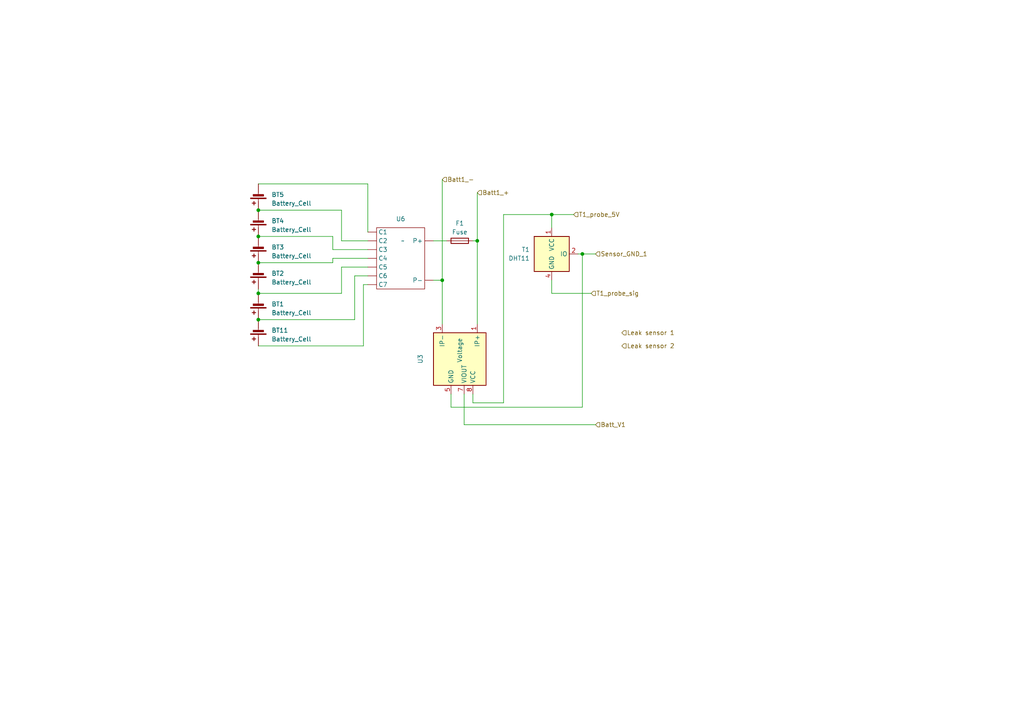
<source format=kicad_sch>
(kicad_sch (version 20230121) (generator eeschema)
  (paper "A4")
  (lib_symbols
    (symbol "ACS715xLCTR-20A_1"
      (property "Reference" "U1" (at -1.2065 11.43 0))
      (property "Value" "Current sensor" (at -1.2065 8.89 0))
      (symbol "ACS715xLCTR-20A_1_0_1"
        (rectangle (start -7.62 7.62) (end 7.62 -7.62) (stroke (width 0.254)) (fill (type background)))
      )
      (symbol "ACS715xLCTR-20A_1_1_1"
        (pin passive line (at -10.16 5.08 0) (length 2.54) (name "IP+") (number "1"))
        (pin passive line (at -10.16 5.08 0) (length 2.54) hide (name "IP+") (number "2"))
        (pin passive line (at -10.16 -5.08 0) (length 2.54) (name "IP-") (number "3"))
        (pin passive line (at -10.16 -5.08 0) (length 2.54) hide (name "IP-") (number "4"))
        (pin power_in line (at 10.16 -2.54 180) (length 2.54) (name "GND") (number "5"))
        (pin output line (at 10.16 1.27 180) (length 2.54) (name "VIOUT") (number "7"))
        (pin power_in line (at 10.16 3.81 180) (length 2.54) (name "VCC") (number "8"))
      )
    )
    (symbol "BMS_5S_1"
      (property "Reference" "U6" (at -3.175 8.89 0))
      (property "Value" "~" (at -2.54 2.54 0))
      (symbol "BMS_5S_1_0_1"
        (rectangle (start -10.16 6.35) (end 3.81 -11.43))
      )
      (symbol "BMS_5S_1_1_1"
        (pin input line (at -12.7 5.08 0) (length 2.54) (name "C1") (number ""))
        (pin input line (at -12.7 2.54 0) (length 2.54) (name "C2") (number ""))
        (pin input line (at -12.7 0 0) (length 2.54) (name "C3") (number ""))
        (pin input line (at -12.7 -2.54 0) (length 2.54) (name "C4") (number ""))
        (pin input line (at -12.7 -5.08 0) (length 2.54) (name "C5") (number ""))
        (pin input line (at -12.7 -7.62 0) (length 2.54) (name "C6") (number ""))
        (pin input line (at -12.7 -10.16 0) (length 2.54) (name "C7") (number ""))
        (pin output line (at 6.35 2.54 180) (length 2.54) (name "P+") (number ""))
        (pin output line (at 6.35 -8.89 180) (length 2.54) (name "P-") (number ""))
      )
    )
    (symbol "Device:Battery_Cell" (pin_numbers hide) (pin_names (offset 0) hide)
      (property "Reference" "BT" (at 2.54 2.54 0))
      (property "Value" "Battery_Cell" (at 2.54 0 0))
      (symbol "Battery_Cell_0_1"
        (rectangle (start -2.286 1.778) (end 2.286 1.524) (fill (type outline)))
        (rectangle (start -1.524 1.016) (end 1.524 0.508) (fill (type outline)))
        (polyline (pts (xy 0 0.762) (xy 0 0)))
        (polyline (pts (xy 0 1.778) (xy 0 2.54)))
        (polyline (pts (xy 0.762 3.048) (xy 1.778 3.048)) (stroke (width 0.254)))
        (polyline (pts (xy 1.27 3.556) (xy 1.27 2.54)) (stroke (width 0.254)))
      )
      (symbol "Battery_Cell_1_1"
        (pin passive line (at 0 5.08 270) (length 2.54) (name "+") (number "1"))
        (pin passive line (at 0 -2.54 90) (length 2.54) (name "-") (number "2"))
      )
    )
    (symbol "Device:Fuse" (pin_numbers hide) (pin_names (offset 0))
      (property "Reference" "F" (at 2.032 0 90))
      (property "Value" "Fuse" (at -1.905 0 90))
      (symbol "Fuse_0_1"
        (rectangle (start -0.762 -2.54) (end 0.762 2.54) (stroke (width 0.254)))
        (polyline (pts (xy 0 2.54) (xy 0 -2.54)))
      )
      (symbol "Fuse_1_1"
        (pin passive line (at 0 3.81 270) (length 1.27) (name "~") (number "1"))
        (pin passive line (at 0 -3.81 90) (length 1.27) (name "~") (number "2"))
      )
    )
    (symbol "Sensor:DHT11"
      (property "Reference" "U" (at -3.81 6.35 0))
      (property "Value" "DHT11" (at 3.81 6.35 0))
      (symbol "DHT11_0_1"
        (rectangle (start -5.08 5.08) (end 5.08 -5.08) (stroke (width 0.254)) (fill (type background)))
      )
      (symbol "DHT11_1_1"
        (pin power_in line (at 0 7.62 270) (length 2.54) (name "VCC") (number "1"))
        (pin bidirectional line (at 7.62 0 180) (length 2.54) (name "IO") (number "2"))
        (pin no_connect line (at -5.08 0 0) (length 2.54) hide (name "NC") (number "3"))
        (pin power_in line (at 0 -7.62 90) (length 2.54) (name "GND") (number "4"))
      )
    )
  )
  (junction (at 74.93 60.96))
  (junction (at 74.93 92.71))
  (junction (at 74.93 85.09))
  (junction (at 128.27 81.28))
  (junction (at 160.02 62.23))
  (junction (at 74.93 68.58))
  (junction (at 74.93 76.2))
  (junction (at 168.91 73.66))
  (junction (at 138.43 69.85))
  (wire (pts (xy 128.27 81.28) (xy 128.27 93.98)))
  (wire (pts (xy 96.52 74.93) (xy 106.68 74.93)))
  (wire (pts (xy 167.64 73.66) (xy 168.91 73.66)))
  (wire (pts (xy 106.68 53.34) (xy 106.68 67.31)))
  (wire (pts (xy 172.72 123.19) (xy 134.62 123.19)))
  (wire (pts (xy 105.41 82.55) (xy 106.68 82.55)))
  (wire (pts (xy 160.02 62.23) (xy 166.37 62.23)))
  (wire (pts (xy 168.91 73.66) (xy 172.72 73.66)))
  (wire (pts (xy 102.87 92.71) (xy 102.87 80.01)))
  (wire (pts (xy 134.62 123.19) (xy 134.62 114.3)))
  (wire (pts (xy 160.02 85.09) (xy 171.45 85.09)))
  (wire (pts (xy 96.52 76.2) (xy 74.93 76.2)))
  (wire (pts (xy 137.16 114.3) (xy 137.16 116.84)))
  (wire (pts (xy 74.93 92.71) (xy 102.87 92.71)))
  (wire (pts (xy 96.52 72.39) (xy 106.68 72.39)))
  (wire (pts (xy 168.91 73.66) (xy 168.91 118.11)))
  (wire (pts (xy 99.06 77.47) (xy 106.68 77.47)))
  (wire (pts (xy 130.81 114.3) (xy 130.81 118.11)))
  (wire (pts (xy 160.02 81.28) (xy 160.02 85.09)))
  (wire (pts (xy 99.06 69.85) (xy 106.68 69.85)))
  (wire (pts (xy 128.27 52.07) (xy 128.27 81.28)))
  (wire (pts (xy 74.93 60.96) (xy 99.06 60.96)))
  (wire (pts (xy 74.93 53.34) (xy 106.68 53.34)))
  (wire (pts (xy 137.16 116.84) (xy 146.05 116.84)))
  (wire (pts (xy 146.05 116.84) (xy 146.05 62.23)))
  (wire (pts (xy 99.06 85.09) (xy 99.06 77.47)))
  (wire (pts (xy 74.93 100.33) (xy 105.41 100.33)))
  (wire (pts (xy 96.52 76.2) (xy 96.52 74.93)))
  (wire (pts (xy 138.43 69.85) (xy 137.16 69.85)))
  (wire (pts (xy 102.87 80.01) (xy 106.68 80.01)))
  (wire (pts (xy 74.93 85.09) (xy 74.93 83.82)))
  (wire (pts (xy 99.06 69.85) (xy 99.06 60.96)))
  (wire (pts (xy 130.81 118.11) (xy 168.91 118.11)))
  (wire (pts (xy 74.93 85.09) (xy 99.06 85.09)))
  (wire (pts (xy 138.43 69.85) (xy 138.43 93.98)))
  (wire (pts (xy 125.73 69.85) (xy 129.54 69.85)))
  (wire (pts (xy 125.73 81.28) (xy 128.27 81.28)))
  (wire (pts (xy 146.05 62.23) (xy 160.02 62.23)))
  (wire (pts (xy 160.02 66.04) (xy 160.02 62.23)))
  (wire (pts (xy 74.93 68.58) (xy 96.52 68.58)))
  (wire (pts (xy 138.43 55.88) (xy 138.43 69.85)))
  (wire (pts (xy 105.41 100.33) (xy 105.41 82.55)))
  (wire (pts (xy 96.52 68.58) (xy 96.52 72.39)))
  (hierarchical_label "Batt_V1" (shape input) (at 172.72 123.19 0))
  (hierarchical_label "Sensor_GND_1" (shape input) (at 172.72 73.66 0))
  (hierarchical_label "Batt1_+" (shape input) (at 138.43 55.88 0))
  (hierarchical_label "T1_probe_5V" (shape input) (at 166.37 62.23 0))
  (hierarchical_label "T1_probe_sig" (shape input) (at 171.45 85.09 0))
  (hierarchical_label "Leak sensor 1" (shape input) (at 180.34 96.52 0))
  (hierarchical_label "Leak sensor 2" (shape input) (at 180.34 100.33 0))
  (hierarchical_label "Batt1_-" (shape input) (at 128.27 52.07 0))
  (symbol (lib_name "BMS_5S_1") (lib_id "MRS:BMS_5S") (at 119.38 72.39 0) (unit 1)
    (property "Reference" "U6" (at 116.205 63.5 0))
    (property "Value" "~" (at 116.84 69.85 0))
    (instances (project "MRS_Strathvoyager_2" (path "" (reference "U6") (unit 1)) (path "" (reference "U2") (unit 1))) (project "Onebox_solution" (path "" (reference "U5") (unit 1))))
  )
  (symbol (lib_id "Device:Battery_Cell") (at 74.93 55.88 180) (unit 1)
    (property "Reference" "BT5" (at 78.74 56.4515 0) (effects (justify right)))
    (property "Value" "Battery_Cell" (at 78.74 58.9915 0) (effects (justify right)))
    (instances (project "MRS_Strathvoyager_2" (path "" (reference "BT5") (unit 1)) (path "" (reference "BT6") (unit 1))) (project "Onebox_solution" (path "" (reference "BT1") (unit 1))))
  )
  (symbol (lib_id "Device:Battery_Cell") (at 74.93 95.25 180) (unit 1)
    (property "Reference" "BT11" (at 78.74 95.8215 0) (effects (justify right)))
    (property "Value" "Battery_Cell" (at 78.74 98.3615 0) (effects (justify right)))
    (instances (project "MRS_Strathvoyager_2" (path "" (reference "BT11") (unit 1)) (path "" (reference "BT10") (unit 1))) (project "Onebox_solution" (path "" (reference "BT6") (unit 1))))
  )
  (symbol (lib_id "Device:Fuse") (at 133.35 69.85 90) (unit 1)
    (property "Reference" "F1" (at 133.35 64.77 90))
    (property "Value" "Fuse" (at 133.35 67.31 90))
    (instances (project "MRS_Strathvoyager_2" (path "" (reference "F1") (unit 1)) (path "" (reference "F2") (unit 1))) (project "Onebox_solution" (path "" (reference "F1") (unit 1))))
  )
  (symbol (lib_id "Sensor:DHT11") (at 160.02 73.66 0) (unit 1)
    (property "Reference" "T1" (at 153.67 72.39 0) (effects (justify right)))
    (property "Value" "DHT11" (at 153.67 74.93 0) (effects (justify right)))
    (property "Footprint" "Sensor:Aosong_DHT11_5.5x12.0_P2.54mm" (effects hide))
    (property "Datasheet" "http://akizukidenshi.com/download/ds/aosong/DHT11.pdf" (effects hide))
    (instances (project "MRS_Strathvoyager_2" (path "" (reference "T1") (unit 1)) (path "" (reference "T4") (unit 1))) (project "Onebox_solution" (path "" (reference "T1") (unit 1))))
  )
  (symbol (lib_id "Device:Battery_Cell") (at 74.93 87.63 180) (unit 1)
    (property "Reference" "BT1" (at 78.74 88.2015 0) (effects (justify right)))
    (property "Value" "Battery_Cell" (at 78.74 90.7415 0) (effects (justify right)))
    (instances (project "MRS_Strathvoyager_2" (path "" (reference "BT1") (unit 1)) (path "" (reference "BT10") (unit 1))) (project "Onebox_solution" (path "" (reference "BT5") (unit 1))))
  )
  (symbol (lib_id "Device:Battery_Cell") (at 74.93 63.5 180) (unit 1)
    (property "Reference" "BT4" (at 78.74 64.0715 0) (effects (justify right)))
    (property "Value" "Battery_Cell" (at 78.74 66.6115 0) (effects (justify right)))
    (instances (project "MRS_Strathvoyager_2" (path "" (reference "BT4") (unit 1)) (path "" (reference "BT7") (unit 1))) (project "Onebox_solution" (path "" (reference "BT2") (unit 1))))
  )
  (symbol (lib_id "Device:Battery_Cell") (at 74.93 71.12 180) (unit 1)
    (property "Reference" "BT3" (at 78.74 71.6915 0) (effects (justify right)))
    (property "Value" "Battery_Cell" (at 78.74 74.2315 0) (effects (justify right)))
    (instances (project "MRS_Strathvoyager_2" (path "" (reference "BT3") (unit 1)) (path "" (reference "BT8") (unit 1))) (project "Onebox_solution" (path "" (reference "BT3") (unit 1))))
  )
  (symbol (lib_name "ACS715xLCTR-20A_1") (lib_id "Sensor_Current:ACS715xLCTR-20A") (at 133.35 104.14 270) (unit 1)
    (property "Reference" "U3" (at 121.92 104.14 0))
    (property "Value" "Voltage" (at 133.35 101.6 0))
    (property "Footprint" "Package_SO:SOIC-8_3.9x4.9mm_P1.27mm" (effects hide))
    (property "Datasheet" "http://www.allegromicro.com/~/media/Files/Datasheets/ACS715-Datasheet.ashx?la=en" (effects hide))
    (instances (project "MRS" (path "" (reference "U3") (unit 1))) (project "MRS_Strathvoyager_2" (path "" (reference "U9") (unit 1)) (path "" (reference "U10") (unit 1))) (project "Onebox_solution" (path "" (reference "U6") (unit 1))))
  )
  (symbol (lib_id "Device:Battery_Cell") (at 74.93 78.74 180) (unit 1)
    (property "Reference" "BT2" (at 78.74 79.3115 0) (effects (justify right)))
    (property "Value" "Battery_Cell" (at 78.74 81.8515 0) (effects (justify right)))
    (instances (project "MRS_Strathvoyager_2" (path "" (reference "BT2") (unit 1)) (path "" (reference "BT9") (unit 1))) (project "Onebox_solution" (path "" (reference "BT4") (unit 1))))
  )
)
</source>
